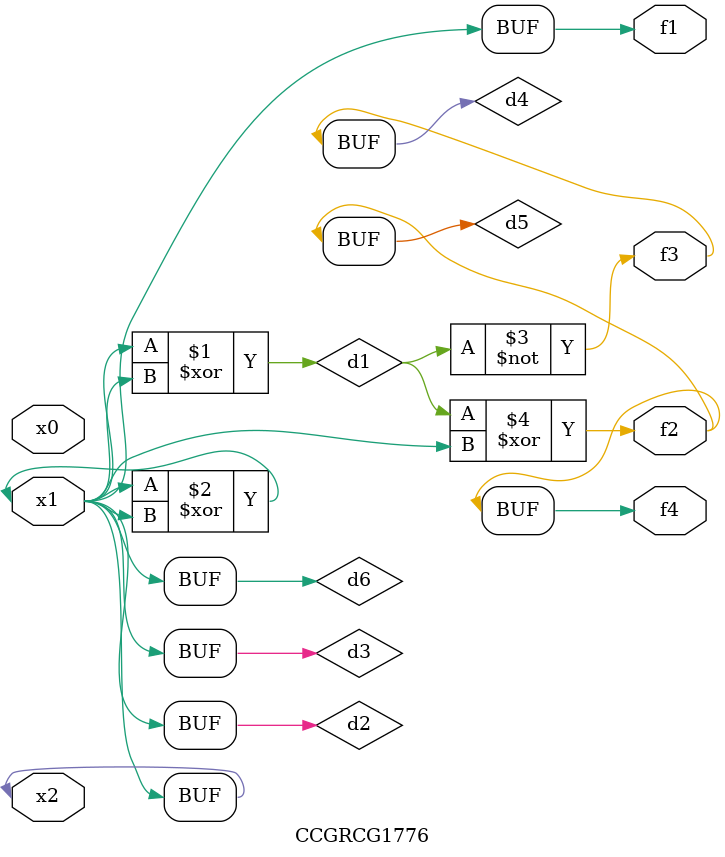
<source format=v>
module CCGRCG1776(
	input x0, x1, x2,
	output f1, f2, f3, f4
);

	wire d1, d2, d3, d4, d5, d6;

	xor (d1, x1, x2);
	buf (d2, x1, x2);
	xor (d3, x1, x2);
	nor (d4, d1);
	xor (d5, d1, d2);
	buf (d6, d2, d3);
	assign f1 = d6;
	assign f2 = d5;
	assign f3 = d4;
	assign f4 = d5;
endmodule

</source>
